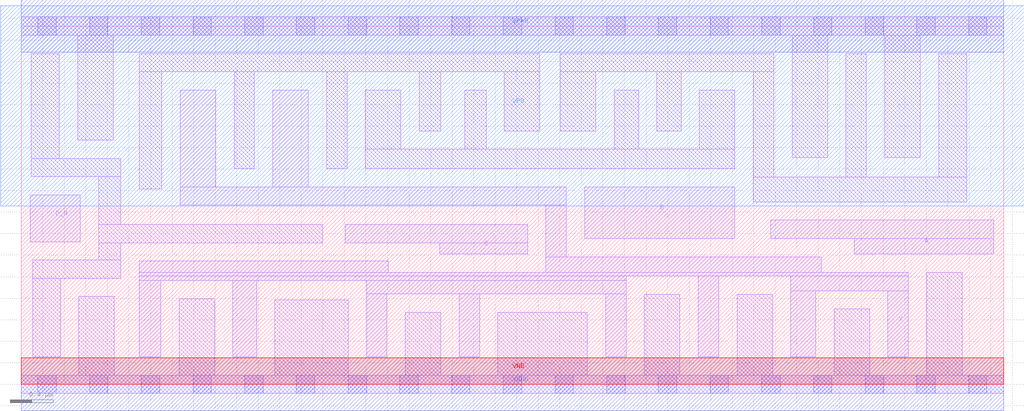
<source format=lef>
# Copyright 2020 The SkyWater PDK Authors
#
# Licensed under the Apache License, Version 2.0 (the "License");
# you may not use this file except in compliance with the License.
# You may obtain a copy of the License at
#
#     https://www.apache.org/licenses/LICENSE-2.0
#
# Unless required by applicable law or agreed to in writing, software
# distributed under the License is distributed on an "AS IS" BASIS,
# WITHOUT WARRANTIES OR CONDITIONS OF ANY KIND, either express or implied.
# See the License for the specific language governing permissions and
# limitations under the License.
#
# SPDX-License-Identifier: Apache-2.0

VERSION 5.7 ;
  NOWIREEXTENSIONATPIN ON ;
  DIVIDERCHAR "/" ;
  BUSBITCHARS "[]" ;
MACRO sky130_fd_sc_lp__nor4b_4
  CLASS CORE ;
  FOREIGN sky130_fd_sc_lp__nor4b_4 ;
  ORIGIN  0.000000  0.000000 ;
  SIZE  9.120000 BY  3.330000 ;
  SYMMETRY X Y R90 ;
  SITE unit ;
  PIN A
    ANTENNAGATEAREA  1.260000 ;
    DIRECTION INPUT ;
    USE SIGNAL ;
    PORT
      LAYER li1 ;
        RECT 6.960000 1.355000 9.030000 1.525000 ;
        RECT 7.735000 1.210000 9.030000 1.355000 ;
    END
  END A
  PIN B
    ANTENNAGATEAREA  1.260000 ;
    DIRECTION INPUT ;
    USE SIGNAL ;
    PORT
      LAYER li1 ;
        RECT 5.230000 1.355000 6.625000 1.835000 ;
    END
  END B
  PIN C
    ANTENNAGATEAREA  1.260000 ;
    DIRECTION INPUT ;
    USE SIGNAL ;
    PORT
      LAYER li1 ;
        RECT 3.010000 1.315000 4.700000 1.485000 ;
        RECT 3.885000 1.210000 4.700000 1.315000 ;
    END
  END C
  PIN D_N
    ANTENNAGATEAREA  0.315000 ;
    DIRECTION INPUT ;
    USE SIGNAL ;
    PORT
      LAYER li1 ;
        RECT 0.085000 1.325000 0.550000 1.760000 ;
    END
  END D_N
  PIN Y
    ANTENNADIFFAREA  2.612400 ;
    DIRECTION OUTPUT ;
    USE SIGNAL ;
    PORT
      LAYER li1 ;
        RECT 1.095000 0.255000 1.295000 0.965000 ;
        RECT 1.095000 0.965000 5.615000 1.005000 ;
        RECT 1.095000 1.005000 8.235000 1.040000 ;
        RECT 1.095000 1.040000 3.405000 1.145000 ;
        RECT 1.475000 1.665000 5.060000 1.835000 ;
        RECT 1.475000 1.835000 1.805000 2.735000 ;
        RECT 1.965000 0.255000 2.185000 0.965000 ;
        RECT 2.335000 1.835000 2.665000 2.735000 ;
        RECT 3.205000 0.255000 3.395000 0.840000 ;
        RECT 3.205000 0.840000 5.615000 0.965000 ;
        RECT 4.065000 0.255000 4.255000 0.840000 ;
        RECT 4.870000 1.040000 7.425000 1.185000 ;
        RECT 4.870000 1.185000 5.060000 1.665000 ;
        RECT 5.425000 0.255000 5.615000 0.840000 ;
        RECT 6.285000 0.255000 6.475000 1.005000 ;
        RECT 7.145000 0.255000 7.375000 0.870000 ;
        RECT 7.145000 0.870000 8.235000 1.005000 ;
        RECT 8.045000 0.255000 8.235000 0.870000 ;
    END
  END Y
  PIN VGND
    DIRECTION INOUT ;
    USE GROUND ;
    PORT
      LAYER met1 ;
        RECT 0.000000 -0.245000 9.120000 0.245000 ;
    END
  END VGND
  PIN VNB
    DIRECTION INOUT ;
    USE GROUND ;
    PORT
      LAYER pwell ;
        RECT 0.000000 0.000000 9.120000 0.245000 ;
    END
  END VNB
  PIN VPB
    DIRECTION INOUT ;
    USE POWER ;
    PORT
      LAYER nwell ;
        RECT -0.190000 1.655000 9.310000 3.520000 ;
    END
  END VPB
  PIN VPWR
    DIRECTION INOUT ;
    USE POWER ;
    PORT
      LAYER met1 ;
        RECT 0.000000 3.085000 9.120000 3.575000 ;
    END
  END VPWR
  OBS
    LAYER li1 ;
      RECT 0.000000 -0.085000 9.120000 0.085000 ;
      RECT 0.000000  3.245000 9.120000 3.415000 ;
      RECT 0.095000  1.930000 0.925000 2.100000 ;
      RECT 0.095000  2.100000 0.355000 3.075000 ;
      RECT 0.105000  0.255000 0.365000 0.985000 ;
      RECT 0.105000  0.985000 0.925000 1.155000 ;
      RECT 0.525000  2.270000 0.855000 3.245000 ;
      RECT 0.535000  0.085000 0.865000 0.815000 ;
      RECT 0.720000  1.155000 0.925000 1.315000 ;
      RECT 0.720000  1.315000 2.800000 1.485000 ;
      RECT 0.720000  1.485000 0.925000 1.930000 ;
      RECT 1.095000  1.815000 1.305000 2.905000 ;
      RECT 1.095000  2.905000 4.815000 3.075000 ;
      RECT 1.465000  0.085000 1.795000 0.795000 ;
      RECT 1.975000  2.005000 2.165000 2.905000 ;
      RECT 2.355000  0.085000 3.035000 0.785000 ;
      RECT 2.835000  2.005000 3.025000 2.905000 ;
      RECT 3.195000  2.005000 6.625000 2.185000 ;
      RECT 3.195000  2.185000 3.525000 2.735000 ;
      RECT 3.565000  0.085000 3.895000 0.670000 ;
      RECT 3.695000  2.355000 3.895000 2.905000 ;
      RECT 4.115000  2.185000 4.315000 2.735000 ;
      RECT 4.425000  0.085000 5.255000 0.670000 ;
      RECT 4.485000  2.355000 4.815000 2.905000 ;
      RECT 5.005000  2.355000 5.335000 2.905000 ;
      RECT 5.005000  2.905000 6.985000 3.075000 ;
      RECT 5.505000  2.185000 5.730000 2.735000 ;
      RECT 5.785000  0.085000 6.115000 0.835000 ;
      RECT 5.900000  2.355000 6.125000 2.905000 ;
      RECT 6.295000  2.185000 6.625000 2.735000 ;
      RECT 6.645000  0.085000 6.975000 0.835000 ;
      RECT 6.795000  1.695000 8.775000 1.925000 ;
      RECT 6.795000  1.925000 6.985000 2.905000 ;
      RECT 7.155000  2.105000 7.485000 3.245000 ;
      RECT 7.545000  0.085000 7.875000 0.700000 ;
      RECT 7.655000  1.925000 7.845000 3.075000 ;
      RECT 8.015000  2.105000 8.345000 3.245000 ;
      RECT 8.405000  0.085000 8.735000 1.040000 ;
      RECT 8.515000  1.925000 8.775000 3.075000 ;
    LAYER mcon ;
      RECT 0.155000 -0.085000 0.325000 0.085000 ;
      RECT 0.155000  3.245000 0.325000 3.415000 ;
      RECT 0.635000 -0.085000 0.805000 0.085000 ;
      RECT 0.635000  3.245000 0.805000 3.415000 ;
      RECT 1.115000 -0.085000 1.285000 0.085000 ;
      RECT 1.115000  3.245000 1.285000 3.415000 ;
      RECT 1.595000 -0.085000 1.765000 0.085000 ;
      RECT 1.595000  3.245000 1.765000 3.415000 ;
      RECT 2.075000 -0.085000 2.245000 0.085000 ;
      RECT 2.075000  3.245000 2.245000 3.415000 ;
      RECT 2.555000 -0.085000 2.725000 0.085000 ;
      RECT 2.555000  3.245000 2.725000 3.415000 ;
      RECT 3.035000 -0.085000 3.205000 0.085000 ;
      RECT 3.035000  3.245000 3.205000 3.415000 ;
      RECT 3.515000 -0.085000 3.685000 0.085000 ;
      RECT 3.515000  3.245000 3.685000 3.415000 ;
      RECT 3.995000 -0.085000 4.165000 0.085000 ;
      RECT 3.995000  3.245000 4.165000 3.415000 ;
      RECT 4.475000 -0.085000 4.645000 0.085000 ;
      RECT 4.475000  3.245000 4.645000 3.415000 ;
      RECT 4.955000 -0.085000 5.125000 0.085000 ;
      RECT 4.955000  3.245000 5.125000 3.415000 ;
      RECT 5.435000 -0.085000 5.605000 0.085000 ;
      RECT 5.435000  3.245000 5.605000 3.415000 ;
      RECT 5.915000 -0.085000 6.085000 0.085000 ;
      RECT 5.915000  3.245000 6.085000 3.415000 ;
      RECT 6.395000 -0.085000 6.565000 0.085000 ;
      RECT 6.395000  3.245000 6.565000 3.415000 ;
      RECT 6.875000 -0.085000 7.045000 0.085000 ;
      RECT 6.875000  3.245000 7.045000 3.415000 ;
      RECT 7.355000 -0.085000 7.525000 0.085000 ;
      RECT 7.355000  3.245000 7.525000 3.415000 ;
      RECT 7.835000 -0.085000 8.005000 0.085000 ;
      RECT 7.835000  3.245000 8.005000 3.415000 ;
      RECT 8.315000 -0.085000 8.485000 0.085000 ;
      RECT 8.315000  3.245000 8.485000 3.415000 ;
      RECT 8.795000 -0.085000 8.965000 0.085000 ;
      RECT 8.795000  3.245000 8.965000 3.415000 ;
  END
END sky130_fd_sc_lp__nor4b_4
END LIBRARY

</source>
